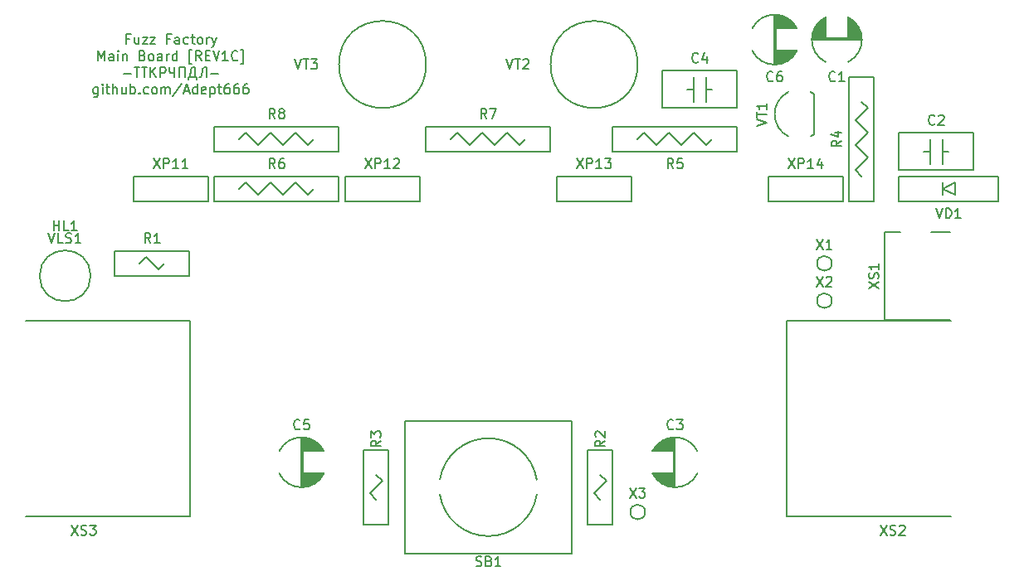
<source format=gbr>
G04 #@! TF.GenerationSoftware,KiCad,Pcbnew,5.1.6-c6e7f7d~87~ubuntu19.10.1*
G04 #@! TF.CreationDate,2021-07-04T16:36:10+06:00*
G04 #@! TF.ProjectId,fuzz_factory_r1c_r1b,66757a7a-5f66-4616-9374-6f72795f7231,MB:1C/PB:1B*
G04 #@! TF.SameCoordinates,Original*
G04 #@! TF.FileFunction,Legend,Top*
G04 #@! TF.FilePolarity,Positive*
%FSLAX46Y46*%
G04 Gerber Fmt 4.6, Leading zero omitted, Abs format (unit mm)*
G04 Created by KiCad (PCBNEW 5.1.6-c6e7f7d~87~ubuntu19.10.1) date 2021-07-04 16:36:10*
%MOMM*%
%LPD*%
G01*
G04 APERTURE LIST*
%ADD10C,0.200000*%
G04 APERTURE END LIST*
D10*
X110696904Y-90088571D02*
X110363571Y-90088571D01*
X110363571Y-90612380D02*
X110363571Y-89612380D01*
X110839761Y-89612380D01*
X111649285Y-89945714D02*
X111649285Y-90612380D01*
X111220714Y-89945714D02*
X111220714Y-90469523D01*
X111268333Y-90564761D01*
X111363571Y-90612380D01*
X111506428Y-90612380D01*
X111601666Y-90564761D01*
X111649285Y-90517142D01*
X112030238Y-89945714D02*
X112554047Y-89945714D01*
X112030238Y-90612380D01*
X112554047Y-90612380D01*
X112839761Y-89945714D02*
X113363571Y-89945714D01*
X112839761Y-90612380D01*
X113363571Y-90612380D01*
X114839761Y-90088571D02*
X114506428Y-90088571D01*
X114506428Y-90612380D02*
X114506428Y-89612380D01*
X114982619Y-89612380D01*
X115792142Y-90612380D02*
X115792142Y-90088571D01*
X115744523Y-89993333D01*
X115649285Y-89945714D01*
X115458809Y-89945714D01*
X115363571Y-89993333D01*
X115792142Y-90564761D02*
X115696904Y-90612380D01*
X115458809Y-90612380D01*
X115363571Y-90564761D01*
X115315952Y-90469523D01*
X115315952Y-90374285D01*
X115363571Y-90279047D01*
X115458809Y-90231428D01*
X115696904Y-90231428D01*
X115792142Y-90183809D01*
X116696904Y-90564761D02*
X116601666Y-90612380D01*
X116411190Y-90612380D01*
X116315952Y-90564761D01*
X116268333Y-90517142D01*
X116220714Y-90421904D01*
X116220714Y-90136190D01*
X116268333Y-90040952D01*
X116315952Y-89993333D01*
X116411190Y-89945714D01*
X116601666Y-89945714D01*
X116696904Y-89993333D01*
X116982619Y-89945714D02*
X117363571Y-89945714D01*
X117125476Y-89612380D02*
X117125476Y-90469523D01*
X117173095Y-90564761D01*
X117268333Y-90612380D01*
X117363571Y-90612380D01*
X117839761Y-90612380D02*
X117744523Y-90564761D01*
X117696904Y-90517142D01*
X117649285Y-90421904D01*
X117649285Y-90136190D01*
X117696904Y-90040952D01*
X117744523Y-89993333D01*
X117839761Y-89945714D01*
X117982619Y-89945714D01*
X118077857Y-89993333D01*
X118125476Y-90040952D01*
X118173095Y-90136190D01*
X118173095Y-90421904D01*
X118125476Y-90517142D01*
X118077857Y-90564761D01*
X117982619Y-90612380D01*
X117839761Y-90612380D01*
X118601666Y-90612380D02*
X118601666Y-89945714D01*
X118601666Y-90136190D02*
X118649285Y-90040952D01*
X118696904Y-89993333D01*
X118792142Y-89945714D01*
X118887380Y-89945714D01*
X119125476Y-89945714D02*
X119363571Y-90612380D01*
X119601666Y-89945714D02*
X119363571Y-90612380D01*
X119268333Y-90850476D01*
X119220714Y-90898095D01*
X119125476Y-90945714D01*
X107506428Y-92312380D02*
X107506428Y-91312380D01*
X107839761Y-92026666D01*
X108173095Y-91312380D01*
X108173095Y-92312380D01*
X109077857Y-92312380D02*
X109077857Y-91788571D01*
X109030238Y-91693333D01*
X108935000Y-91645714D01*
X108744523Y-91645714D01*
X108649285Y-91693333D01*
X109077857Y-92264761D02*
X108982619Y-92312380D01*
X108744523Y-92312380D01*
X108649285Y-92264761D01*
X108601666Y-92169523D01*
X108601666Y-92074285D01*
X108649285Y-91979047D01*
X108744523Y-91931428D01*
X108982619Y-91931428D01*
X109077857Y-91883809D01*
X109554047Y-92312380D02*
X109554047Y-91645714D01*
X109554047Y-91312380D02*
X109506428Y-91360000D01*
X109554047Y-91407619D01*
X109601666Y-91360000D01*
X109554047Y-91312380D01*
X109554047Y-91407619D01*
X110030238Y-91645714D02*
X110030238Y-92312380D01*
X110030238Y-91740952D02*
X110077857Y-91693333D01*
X110173095Y-91645714D01*
X110315952Y-91645714D01*
X110411190Y-91693333D01*
X110458809Y-91788571D01*
X110458809Y-92312380D01*
X112030238Y-91788571D02*
X112173095Y-91836190D01*
X112220714Y-91883809D01*
X112268333Y-91979047D01*
X112268333Y-92121904D01*
X112220714Y-92217142D01*
X112173095Y-92264761D01*
X112077857Y-92312380D01*
X111696904Y-92312380D01*
X111696904Y-91312380D01*
X112030238Y-91312380D01*
X112125476Y-91360000D01*
X112173095Y-91407619D01*
X112220714Y-91502857D01*
X112220714Y-91598095D01*
X112173095Y-91693333D01*
X112125476Y-91740952D01*
X112030238Y-91788571D01*
X111696904Y-91788571D01*
X112839761Y-92312380D02*
X112744523Y-92264761D01*
X112696904Y-92217142D01*
X112649285Y-92121904D01*
X112649285Y-91836190D01*
X112696904Y-91740952D01*
X112744523Y-91693333D01*
X112839761Y-91645714D01*
X112982619Y-91645714D01*
X113077857Y-91693333D01*
X113125476Y-91740952D01*
X113173095Y-91836190D01*
X113173095Y-92121904D01*
X113125476Y-92217142D01*
X113077857Y-92264761D01*
X112982619Y-92312380D01*
X112839761Y-92312380D01*
X114030238Y-92312380D02*
X114030238Y-91788571D01*
X113982619Y-91693333D01*
X113887380Y-91645714D01*
X113696904Y-91645714D01*
X113601666Y-91693333D01*
X114030238Y-92264761D02*
X113935000Y-92312380D01*
X113696904Y-92312380D01*
X113601666Y-92264761D01*
X113554047Y-92169523D01*
X113554047Y-92074285D01*
X113601666Y-91979047D01*
X113696904Y-91931428D01*
X113935000Y-91931428D01*
X114030238Y-91883809D01*
X114506428Y-92312380D02*
X114506428Y-91645714D01*
X114506428Y-91836190D02*
X114554047Y-91740952D01*
X114601666Y-91693333D01*
X114696904Y-91645714D01*
X114792142Y-91645714D01*
X115554047Y-92312380D02*
X115554047Y-91312380D01*
X115554047Y-92264761D02*
X115458809Y-92312380D01*
X115268333Y-92312380D01*
X115173095Y-92264761D01*
X115125476Y-92217142D01*
X115077857Y-92121904D01*
X115077857Y-91836190D01*
X115125476Y-91740952D01*
X115173095Y-91693333D01*
X115268333Y-91645714D01*
X115458809Y-91645714D01*
X115554047Y-91693333D01*
X117077857Y-92645714D02*
X116839761Y-92645714D01*
X116839761Y-91217142D01*
X117077857Y-91217142D01*
X118030238Y-92312380D02*
X117696904Y-91836190D01*
X117458809Y-92312380D02*
X117458809Y-91312380D01*
X117839761Y-91312380D01*
X117935000Y-91360000D01*
X117982619Y-91407619D01*
X118030238Y-91502857D01*
X118030238Y-91645714D01*
X117982619Y-91740952D01*
X117935000Y-91788571D01*
X117839761Y-91836190D01*
X117458809Y-91836190D01*
X118458809Y-91788571D02*
X118792142Y-91788571D01*
X118935000Y-92312380D02*
X118458809Y-92312380D01*
X118458809Y-91312380D01*
X118935000Y-91312380D01*
X119220714Y-91312380D02*
X119554047Y-92312380D01*
X119887380Y-91312380D01*
X120744523Y-92312380D02*
X120173095Y-92312380D01*
X120458809Y-92312380D02*
X120458809Y-91312380D01*
X120363571Y-91455238D01*
X120268333Y-91550476D01*
X120173095Y-91598095D01*
X121744523Y-92217142D02*
X121696904Y-92264761D01*
X121554047Y-92312380D01*
X121458809Y-92312380D01*
X121315952Y-92264761D01*
X121220714Y-92169523D01*
X121173095Y-92074285D01*
X121125476Y-91883809D01*
X121125476Y-91740952D01*
X121173095Y-91550476D01*
X121220714Y-91455238D01*
X121315952Y-91360000D01*
X121458809Y-91312380D01*
X121554047Y-91312380D01*
X121696904Y-91360000D01*
X121744523Y-91407619D01*
X122077857Y-92645714D02*
X122315952Y-92645714D01*
X122315952Y-91217142D01*
X122077857Y-91217142D01*
X110077857Y-93631428D02*
X110839761Y-93631428D01*
X111173095Y-93012380D02*
X111744523Y-93012380D01*
X111458809Y-94012380D02*
X111458809Y-93012380D01*
X111935000Y-93012380D02*
X112506428Y-93012380D01*
X112220714Y-94012380D02*
X112220714Y-93012380D01*
X112839761Y-94012380D02*
X112839761Y-93012380D01*
X113411190Y-94012380D02*
X112982619Y-93440952D01*
X113411190Y-93012380D02*
X112839761Y-93583809D01*
X113839761Y-94012380D02*
X113839761Y-93012380D01*
X114220714Y-93012380D01*
X114315952Y-93060000D01*
X114363571Y-93107619D01*
X114411190Y-93202857D01*
X114411190Y-93345714D01*
X114363571Y-93440952D01*
X114315952Y-93488571D01*
X114220714Y-93536190D01*
X113839761Y-93536190D01*
X115315952Y-93012380D02*
X115315952Y-94012380D01*
X114792142Y-93012380D02*
X114792142Y-93393333D01*
X114839761Y-93488571D01*
X114887380Y-93536190D01*
X114982619Y-93583809D01*
X115315952Y-93583809D01*
X115792142Y-94012380D02*
X115792142Y-93012380D01*
X116363571Y-93012380D01*
X116363571Y-94012380D01*
X117601666Y-94250476D02*
X117601666Y-94012380D01*
X116744523Y-94012380D01*
X116744523Y-94250476D01*
X117411190Y-94012380D02*
X117411190Y-93012380D01*
X117173095Y-93012380D01*
X117077857Y-93060000D01*
X117030238Y-93107619D01*
X116982619Y-93202857D01*
X116887380Y-94012380D01*
X118554047Y-94012380D02*
X118554047Y-93012380D01*
X118411190Y-93012380D01*
X118268333Y-93060000D01*
X118173095Y-93155238D01*
X118125476Y-93298095D01*
X118030238Y-93869523D01*
X117982619Y-93964761D01*
X117887380Y-94012380D01*
X117839761Y-94012380D01*
X119030238Y-93631428D02*
X119792142Y-93631428D01*
X107482619Y-95045714D02*
X107482619Y-95855238D01*
X107435000Y-95950476D01*
X107387380Y-95998095D01*
X107292142Y-96045714D01*
X107149285Y-96045714D01*
X107054047Y-95998095D01*
X107482619Y-95664761D02*
X107387380Y-95712380D01*
X107196904Y-95712380D01*
X107101666Y-95664761D01*
X107054047Y-95617142D01*
X107006428Y-95521904D01*
X107006428Y-95236190D01*
X107054047Y-95140952D01*
X107101666Y-95093333D01*
X107196904Y-95045714D01*
X107387380Y-95045714D01*
X107482619Y-95093333D01*
X107958809Y-95712380D02*
X107958809Y-95045714D01*
X107958809Y-94712380D02*
X107911190Y-94760000D01*
X107958809Y-94807619D01*
X108006428Y-94760000D01*
X107958809Y-94712380D01*
X107958809Y-94807619D01*
X108292142Y-95045714D02*
X108673095Y-95045714D01*
X108435000Y-94712380D02*
X108435000Y-95569523D01*
X108482619Y-95664761D01*
X108577857Y-95712380D01*
X108673095Y-95712380D01*
X109006428Y-95712380D02*
X109006428Y-94712380D01*
X109435000Y-95712380D02*
X109435000Y-95188571D01*
X109387380Y-95093333D01*
X109292142Y-95045714D01*
X109149285Y-95045714D01*
X109054047Y-95093333D01*
X109006428Y-95140952D01*
X110339761Y-95045714D02*
X110339761Y-95712380D01*
X109911190Y-95045714D02*
X109911190Y-95569523D01*
X109958809Y-95664761D01*
X110054047Y-95712380D01*
X110196904Y-95712380D01*
X110292142Y-95664761D01*
X110339761Y-95617142D01*
X110815952Y-95712380D02*
X110815952Y-94712380D01*
X110815952Y-95093333D02*
X110911190Y-95045714D01*
X111101666Y-95045714D01*
X111196904Y-95093333D01*
X111244523Y-95140952D01*
X111292142Y-95236190D01*
X111292142Y-95521904D01*
X111244523Y-95617142D01*
X111196904Y-95664761D01*
X111101666Y-95712380D01*
X110911190Y-95712380D01*
X110815952Y-95664761D01*
X111720714Y-95617142D02*
X111768333Y-95664761D01*
X111720714Y-95712380D01*
X111673095Y-95664761D01*
X111720714Y-95617142D01*
X111720714Y-95712380D01*
X112625476Y-95664761D02*
X112530238Y-95712380D01*
X112339761Y-95712380D01*
X112244523Y-95664761D01*
X112196904Y-95617142D01*
X112149285Y-95521904D01*
X112149285Y-95236190D01*
X112196904Y-95140952D01*
X112244523Y-95093333D01*
X112339761Y-95045714D01*
X112530238Y-95045714D01*
X112625476Y-95093333D01*
X113196904Y-95712380D02*
X113101666Y-95664761D01*
X113054047Y-95617142D01*
X113006428Y-95521904D01*
X113006428Y-95236190D01*
X113054047Y-95140952D01*
X113101666Y-95093333D01*
X113196904Y-95045714D01*
X113339761Y-95045714D01*
X113435000Y-95093333D01*
X113482619Y-95140952D01*
X113530238Y-95236190D01*
X113530238Y-95521904D01*
X113482619Y-95617142D01*
X113435000Y-95664761D01*
X113339761Y-95712380D01*
X113196904Y-95712380D01*
X113958809Y-95712380D02*
X113958809Y-95045714D01*
X113958809Y-95140952D02*
X114006428Y-95093333D01*
X114101666Y-95045714D01*
X114244523Y-95045714D01*
X114339761Y-95093333D01*
X114387380Y-95188571D01*
X114387380Y-95712380D01*
X114387380Y-95188571D02*
X114435000Y-95093333D01*
X114530238Y-95045714D01*
X114673095Y-95045714D01*
X114768333Y-95093333D01*
X114815952Y-95188571D01*
X114815952Y-95712380D01*
X116006428Y-94664761D02*
X115149285Y-95950476D01*
X116292142Y-95426666D02*
X116768333Y-95426666D01*
X116196904Y-95712380D02*
X116530238Y-94712380D01*
X116863571Y-95712380D01*
X117625476Y-95712380D02*
X117625476Y-94712380D01*
X117625476Y-95664761D02*
X117530238Y-95712380D01*
X117339761Y-95712380D01*
X117244523Y-95664761D01*
X117196904Y-95617142D01*
X117149285Y-95521904D01*
X117149285Y-95236190D01*
X117196904Y-95140952D01*
X117244523Y-95093333D01*
X117339761Y-95045714D01*
X117530238Y-95045714D01*
X117625476Y-95093333D01*
X118482619Y-95664761D02*
X118387380Y-95712380D01*
X118196904Y-95712380D01*
X118101666Y-95664761D01*
X118054047Y-95569523D01*
X118054047Y-95188571D01*
X118101666Y-95093333D01*
X118196904Y-95045714D01*
X118387380Y-95045714D01*
X118482619Y-95093333D01*
X118530238Y-95188571D01*
X118530238Y-95283809D01*
X118054047Y-95379047D01*
X118958809Y-95045714D02*
X118958809Y-96045714D01*
X118958809Y-95093333D02*
X119054047Y-95045714D01*
X119244523Y-95045714D01*
X119339761Y-95093333D01*
X119387380Y-95140952D01*
X119435000Y-95236190D01*
X119435000Y-95521904D01*
X119387380Y-95617142D01*
X119339761Y-95664761D01*
X119244523Y-95712380D01*
X119054047Y-95712380D01*
X118958809Y-95664761D01*
X119720714Y-95045714D02*
X120101666Y-95045714D01*
X119863571Y-94712380D02*
X119863571Y-95569523D01*
X119911190Y-95664761D01*
X120006428Y-95712380D01*
X120101666Y-95712380D01*
X120863571Y-94712380D02*
X120673095Y-94712380D01*
X120577857Y-94760000D01*
X120530238Y-94807619D01*
X120435000Y-94950476D01*
X120387380Y-95140952D01*
X120387380Y-95521904D01*
X120435000Y-95617142D01*
X120482619Y-95664761D01*
X120577857Y-95712380D01*
X120768333Y-95712380D01*
X120863571Y-95664761D01*
X120911190Y-95617142D01*
X120958809Y-95521904D01*
X120958809Y-95283809D01*
X120911190Y-95188571D01*
X120863571Y-95140952D01*
X120768333Y-95093333D01*
X120577857Y-95093333D01*
X120482619Y-95140952D01*
X120435000Y-95188571D01*
X120387380Y-95283809D01*
X121815952Y-94712380D02*
X121625476Y-94712380D01*
X121530238Y-94760000D01*
X121482619Y-94807619D01*
X121387380Y-94950476D01*
X121339761Y-95140952D01*
X121339761Y-95521904D01*
X121387380Y-95617142D01*
X121435000Y-95664761D01*
X121530238Y-95712380D01*
X121720714Y-95712380D01*
X121815952Y-95664761D01*
X121863571Y-95617142D01*
X121911190Y-95521904D01*
X121911190Y-95283809D01*
X121863571Y-95188571D01*
X121815952Y-95140952D01*
X121720714Y-95093333D01*
X121530238Y-95093333D01*
X121435000Y-95140952D01*
X121387380Y-95188571D01*
X121339761Y-95283809D01*
X122768333Y-94712380D02*
X122577857Y-94712380D01*
X122482619Y-94760000D01*
X122435000Y-94807619D01*
X122339761Y-94950476D01*
X122292142Y-95140952D01*
X122292142Y-95521904D01*
X122339761Y-95617142D01*
X122387380Y-95664761D01*
X122482619Y-95712380D01*
X122673095Y-95712380D01*
X122768333Y-95664761D01*
X122815952Y-95617142D01*
X122863571Y-95521904D01*
X122863571Y-95283809D01*
X122815952Y-95188571D01*
X122768333Y-95140952D01*
X122673095Y-95093333D01*
X122482619Y-95093333D01*
X122387380Y-95140952D01*
X122339761Y-95188571D01*
X122292142Y-95283809D01*
X162560000Y-92710000D02*
G75*
G03*
X162560000Y-92710000I-4445000J0D01*
G01*
X140970000Y-92710000D02*
G75*
G03*
X140970000Y-92710000I-4445000J0D01*
G01*
X180594000Y-99822000D02*
X180594000Y-95758000D01*
X177932692Y-100061152D02*
G75*
G02*
X176530000Y-97790000I1137308J2271152D01*
G01*
X177932692Y-95518848D02*
G75*
G03*
X176530000Y-97790000I1137308J-2271152D01*
G01*
X180205922Y-95518155D02*
G75*
G02*
X180594000Y-95758000I-1135922J-2271845D01*
G01*
X180206115Y-100061749D02*
G75*
G03*
X180594000Y-99822000I-1136115J2271749D01*
G01*
X138820000Y-129140000D02*
X155820000Y-129140000D01*
X138820000Y-142640000D02*
X155820000Y-142640000D01*
X138820000Y-129140000D02*
X138820000Y-142640000D01*
X155820000Y-129140000D02*
X155820000Y-142640000D01*
X152262469Y-135133696D02*
G75*
G03*
X147320000Y-130890000I-4942469J-756304D01*
G01*
X142378142Y-136650286D02*
G75*
G03*
X147320000Y-140890000I4941858J760286D01*
G01*
X152262469Y-136646304D02*
G75*
G02*
X147320000Y-140890000I-4942469J756304D01*
G01*
X142378142Y-135129714D02*
G75*
G02*
X147320000Y-130890000I4941858J-760286D01*
G01*
X118745000Y-106680000D02*
X111125000Y-106680000D01*
X118745000Y-104140000D02*
X111125000Y-104140000D01*
X118745000Y-106680000D02*
X118745000Y-104140000D01*
X111125000Y-106680000D02*
X111125000Y-104140000D01*
X157480000Y-139700000D02*
X157480000Y-132080000D01*
X160020000Y-139700000D02*
X160020000Y-132080000D01*
X157480000Y-139700000D02*
X160020000Y-139700000D01*
X157480000Y-132080000D02*
X160020000Y-132080000D01*
X158750000Y-137160000D02*
X158115000Y-136525000D01*
X158115000Y-136525000D02*
X159385000Y-135255000D01*
X159385000Y-135255000D02*
X158750000Y-134620000D01*
G36*
X128270000Y-130810000D02*
G01*
X129032000Y-130937000D01*
X130175000Y-131699000D01*
X130556000Y-132207000D01*
X128397000Y-132207000D01*
X128397000Y-134493000D01*
X130556000Y-134493000D01*
X130175000Y-135001000D01*
X129032000Y-135763000D01*
X128270000Y-135890000D01*
X128270000Y-130810000D01*
G37*
X128270000Y-130810000D02*
X129032000Y-130937000D01*
X130175000Y-131699000D01*
X130556000Y-132207000D01*
X128397000Y-132207000D01*
X128397000Y-134493000D01*
X130556000Y-134493000D01*
X130175000Y-135001000D01*
X129032000Y-135763000D01*
X128270000Y-135890000D01*
X128270000Y-130810000D01*
X130555998Y-134493000D02*
G75*
G02*
X125984001Y-134492999I-2285998J1143000D01*
G01*
X125984002Y-132207000D02*
G75*
G02*
X130555999Y-132207001I2285998J-1143000D01*
G01*
G36*
X166370000Y-135890000D02*
G01*
X165608000Y-135763000D01*
X164465000Y-135001000D01*
X164084000Y-134493000D01*
X166243000Y-134493000D01*
X166243000Y-132207000D01*
X164084000Y-132207000D01*
X164465000Y-131699000D01*
X165608000Y-130937000D01*
X166370000Y-130810000D01*
X166370000Y-135890000D01*
G37*
X166370000Y-135890000D02*
X165608000Y-135763000D01*
X164465000Y-135001000D01*
X164084000Y-134493000D01*
X166243000Y-134493000D01*
X166243000Y-132207000D01*
X164084000Y-132207000D01*
X164465000Y-131699000D01*
X165608000Y-130937000D01*
X166370000Y-130810000D01*
X166370000Y-135890000D01*
X164084002Y-132207000D02*
G75*
G02*
X168655999Y-132207001I2285998J-1143000D01*
G01*
X168655998Y-134493000D02*
G75*
G02*
X164084001Y-134492999I-2285998J1143000D01*
G01*
G36*
X176530000Y-87630000D02*
G01*
X177292000Y-87757000D01*
X178435000Y-88519000D01*
X178816000Y-89027000D01*
X176657000Y-89027000D01*
X176657000Y-91313000D01*
X178816000Y-91313000D01*
X178435000Y-91821000D01*
X177292000Y-92583000D01*
X176530000Y-92710000D01*
X176530000Y-87630000D01*
G37*
X176530000Y-87630000D02*
X177292000Y-87757000D01*
X178435000Y-88519000D01*
X178816000Y-89027000D01*
X176657000Y-89027000D01*
X176657000Y-91313000D01*
X178816000Y-91313000D01*
X178435000Y-91821000D01*
X177292000Y-92583000D01*
X176530000Y-92710000D01*
X176530000Y-87630000D01*
X178815998Y-91313000D02*
G75*
G02*
X174244001Y-91312999I-2285998J1143000D01*
G01*
X174244002Y-89027000D02*
G75*
G02*
X178815999Y-89027001I2285998J-1143000D01*
G01*
X134620000Y-139700000D02*
X134620000Y-132080000D01*
X137160000Y-139700000D02*
X137160000Y-132080000D01*
X134620000Y-139700000D02*
X137160000Y-139700000D01*
X134620000Y-132080000D02*
X137160000Y-132080000D01*
X135890000Y-137160000D02*
X135255000Y-136525000D01*
X135255000Y-136525000D02*
X136525000Y-135255000D01*
X136525000Y-135255000D02*
X135890000Y-134620000D01*
X119380000Y-99060000D02*
X132080000Y-99060000D01*
X119380000Y-101600000D02*
X132080000Y-101600000D01*
X119380000Y-99060000D02*
X119380000Y-101600000D01*
X132080000Y-99060000D02*
X132080000Y-101600000D01*
X121920000Y-100330000D02*
X122555000Y-99695000D01*
X122555000Y-99695000D02*
X123825000Y-100965000D01*
X123825000Y-100965000D02*
X125095000Y-99695000D01*
X125095000Y-99695000D02*
X126365000Y-100965000D01*
X126365000Y-100965000D02*
X127635000Y-99695000D01*
X127635000Y-99695000D02*
X128905000Y-100965000D01*
X128905000Y-100965000D02*
X129540000Y-100330000D01*
X153670000Y-101600000D02*
X140970000Y-101600000D01*
X153670000Y-99060000D02*
X140970000Y-99060000D01*
X153670000Y-101600000D02*
X153670000Y-99060000D01*
X140970000Y-101600000D02*
X140970000Y-99060000D01*
X151130000Y-100330000D02*
X150495000Y-100965000D01*
X150495000Y-100965000D02*
X149225000Y-99695000D01*
X149225000Y-99695000D02*
X147955000Y-100965000D01*
X147955000Y-100965000D02*
X146685000Y-99695000D01*
X146685000Y-99695000D02*
X145415000Y-100965000D01*
X145415000Y-100965000D02*
X144145000Y-99695000D01*
X144145000Y-99695000D02*
X143510000Y-100330000D01*
X132080000Y-106680000D02*
X119380000Y-106680000D01*
X132080000Y-104140000D02*
X119380000Y-104140000D01*
X132080000Y-106680000D02*
X132080000Y-104140000D01*
X119380000Y-106680000D02*
X119380000Y-104140000D01*
X129540000Y-105410000D02*
X128905000Y-106045000D01*
X128905000Y-106045000D02*
X127635000Y-104775000D01*
X127635000Y-104775000D02*
X126365000Y-106045000D01*
X126365000Y-106045000D02*
X125095000Y-104775000D01*
X125095000Y-104775000D02*
X123825000Y-106045000D01*
X123825000Y-106045000D02*
X122555000Y-104775000D01*
X122555000Y-104775000D02*
X121920000Y-105410000D01*
X172720000Y-101600000D02*
X160020000Y-101600000D01*
X172720000Y-99060000D02*
X160020000Y-99060000D01*
X172720000Y-101600000D02*
X172720000Y-99060000D01*
X160020000Y-101600000D02*
X160020000Y-99060000D01*
X170180000Y-100330000D02*
X169545000Y-100965000D01*
X169545000Y-100965000D02*
X168275000Y-99695000D01*
X168275000Y-99695000D02*
X167005000Y-100965000D01*
X167005000Y-100965000D02*
X165735000Y-99695000D01*
X165735000Y-99695000D02*
X164465000Y-100965000D01*
X164465000Y-100965000D02*
X163195000Y-99695000D01*
X163195000Y-99695000D02*
X162560000Y-100330000D01*
X184150000Y-106680000D02*
X184150000Y-93980000D01*
X186690000Y-106680000D02*
X186690000Y-93980000D01*
X184150000Y-106680000D02*
X186690000Y-106680000D01*
X184150000Y-93980000D02*
X186690000Y-93980000D01*
X185420000Y-104140000D02*
X184785000Y-103505000D01*
X184785000Y-103505000D02*
X186055000Y-102235000D01*
X186055000Y-102235000D02*
X184785000Y-100965000D01*
X184785000Y-100965000D02*
X186055000Y-99695000D01*
X186055000Y-99695000D02*
X184785000Y-98425000D01*
X184785000Y-98425000D02*
X186055000Y-97155000D01*
X186055000Y-97155000D02*
X185420000Y-96520000D01*
X172720000Y-97155000D02*
X165100000Y-97155000D01*
X172720000Y-93345000D02*
X165100000Y-93345000D01*
X172720000Y-97155000D02*
X172720000Y-93345000D01*
X165100000Y-97155000D02*
X165100000Y-93345000D01*
X170180000Y-95250000D02*
X169545000Y-95250000D01*
X168275000Y-95250000D02*
X167640000Y-95250000D01*
X169545000Y-96520000D02*
X169545000Y-93980000D01*
X168275000Y-96520000D02*
X168275000Y-93980000D01*
X161925000Y-106680000D02*
X154305000Y-106680000D01*
X161925000Y-104140000D02*
X154305000Y-104140000D01*
X161925000Y-106680000D02*
X161925000Y-104140000D01*
X154305000Y-106680000D02*
X154305000Y-104140000D01*
X183515000Y-106680000D02*
X175895000Y-106680000D01*
X183515000Y-104140000D02*
X175895000Y-104140000D01*
X183515000Y-106680000D02*
X183515000Y-104140000D01*
X175895000Y-106680000D02*
X175895000Y-104140000D01*
X140335000Y-106680000D02*
X132715000Y-106680000D01*
X140335000Y-104140000D02*
X132715000Y-104140000D01*
X140335000Y-106680000D02*
X140335000Y-104140000D01*
X132715000Y-106680000D02*
X132715000Y-104140000D01*
X187730000Y-109800000D02*
X189357000Y-109800000D01*
X192532000Y-109800000D02*
X194430000Y-109800000D01*
X187730000Y-118800000D02*
X194430000Y-118800000D01*
X187730000Y-118800000D02*
X187730000Y-109800000D01*
X116885000Y-138905000D02*
X100085000Y-138905000D01*
X116885000Y-118905000D02*
X100085000Y-118905000D01*
X116885000Y-118905000D02*
X116885000Y-138905000D01*
X177755000Y-118905000D02*
X194555000Y-118905000D01*
X177755000Y-138905000D02*
X194555000Y-138905000D01*
X177755000Y-138905000D02*
X177755000Y-118905000D01*
X199390000Y-106680000D02*
X189230000Y-106680000D01*
X199390000Y-104140000D02*
X189230000Y-104140000D01*
X199390000Y-106680000D02*
X199390000Y-104140000D01*
X189230000Y-106680000D02*
X189230000Y-104140000D01*
X194945000Y-106045000D02*
X194945000Y-104775000D01*
X194945000Y-106045000D02*
X193675000Y-105410000D01*
X194945000Y-104775000D02*
X193675000Y-105410000D01*
X193675000Y-106045000D02*
X193675000Y-104775000D01*
G36*
X180340000Y-90170000D02*
G01*
X180467000Y-89408000D01*
X181229000Y-88265000D01*
X181737000Y-87884000D01*
X181737000Y-90043000D01*
X184023000Y-90043000D01*
X184023000Y-87884000D01*
X184531000Y-88265000D01*
X185293000Y-89408000D01*
X185420000Y-90170000D01*
X180340000Y-90170000D01*
G37*
X180340000Y-90170000D02*
X180467000Y-89408000D01*
X181229000Y-88265000D01*
X181737000Y-87884000D01*
X181737000Y-90043000D01*
X184023000Y-90043000D01*
X184023000Y-87884000D01*
X184531000Y-88265000D01*
X185293000Y-89408000D01*
X185420000Y-90170000D01*
X180340000Y-90170000D01*
X184023000Y-87884002D02*
G75*
G02*
X184022999Y-92455999I-1143000J-2285998D01*
G01*
X181737000Y-92455998D02*
G75*
G02*
X181737001Y-87884001I1143000J2285998D01*
G01*
X163322000Y-138430000D02*
G75*
G03*
X163322000Y-138430000I-762000J0D01*
G01*
X189230000Y-99695000D02*
X196850000Y-99695000D01*
X189230000Y-103505000D02*
X196850000Y-103505000D01*
X189230000Y-99695000D02*
X189230000Y-103505000D01*
X196850000Y-99695000D02*
X196850000Y-103505000D01*
X191770000Y-101600000D02*
X192405000Y-101600000D01*
X193675000Y-101600000D02*
X194310000Y-101600000D01*
X192405000Y-100330000D02*
X192405000Y-102870000D01*
X193675000Y-100330000D02*
X193675000Y-102870000D01*
X182372000Y-116840000D02*
G75*
G03*
X182372000Y-116840000I-762000J0D01*
G01*
X106740000Y-114300000D02*
G75*
G03*
X106740000Y-114300000I-2600000J0D01*
G01*
X109220000Y-111760000D02*
X116840000Y-111760000D01*
X109220000Y-114300000D02*
X116840000Y-114300000D01*
X109220000Y-111760000D02*
X109220000Y-114300000D01*
X116840000Y-111760000D02*
X116840000Y-114300000D01*
X111760000Y-113030000D02*
X112395000Y-112395000D01*
X112395000Y-112395000D02*
X113665000Y-113665000D01*
X113665000Y-113665000D02*
X114300000Y-113030000D01*
X182372000Y-113030000D02*
G75*
G03*
X182372000Y-113030000I-762000J0D01*
G01*
X149158809Y-92162380D02*
X149492142Y-93162380D01*
X149825476Y-92162380D01*
X150015952Y-92162380D02*
X150587380Y-92162380D01*
X150301666Y-93162380D02*
X150301666Y-92162380D01*
X150873095Y-92257619D02*
X150920714Y-92210000D01*
X151015952Y-92162380D01*
X151254047Y-92162380D01*
X151349285Y-92210000D01*
X151396904Y-92257619D01*
X151444523Y-92352857D01*
X151444523Y-92448095D01*
X151396904Y-92590952D01*
X150825476Y-93162380D01*
X151444523Y-93162380D01*
X127568809Y-92162380D02*
X127902142Y-93162380D01*
X128235476Y-92162380D01*
X128425952Y-92162380D02*
X128997380Y-92162380D01*
X128711666Y-93162380D02*
X128711666Y-92162380D01*
X129235476Y-92162380D02*
X129854523Y-92162380D01*
X129521190Y-92543333D01*
X129664047Y-92543333D01*
X129759285Y-92590952D01*
X129806904Y-92638571D01*
X129854523Y-92733809D01*
X129854523Y-92971904D01*
X129806904Y-93067142D01*
X129759285Y-93114761D01*
X129664047Y-93162380D01*
X129378333Y-93162380D01*
X129283095Y-93114761D01*
X129235476Y-93067142D01*
X174712380Y-98980476D02*
X175712380Y-98647142D01*
X174712380Y-98313809D01*
X174712380Y-98123333D02*
X174712380Y-97551904D01*
X175712380Y-97837619D02*
X174712380Y-97837619D01*
X175712380Y-96694761D02*
X175712380Y-97266190D01*
X175712380Y-96980476D02*
X174712380Y-96980476D01*
X174855238Y-97075714D01*
X174950476Y-97170952D01*
X174998095Y-97266190D01*
X146058095Y-143914761D02*
X146200952Y-143962380D01*
X146439047Y-143962380D01*
X146534285Y-143914761D01*
X146581904Y-143867142D01*
X146629523Y-143771904D01*
X146629523Y-143676666D01*
X146581904Y-143581428D01*
X146534285Y-143533809D01*
X146439047Y-143486190D01*
X146248571Y-143438571D01*
X146153333Y-143390952D01*
X146105714Y-143343333D01*
X146058095Y-143248095D01*
X146058095Y-143152857D01*
X146105714Y-143057619D01*
X146153333Y-143010000D01*
X146248571Y-142962380D01*
X146486666Y-142962380D01*
X146629523Y-143010000D01*
X147391428Y-143438571D02*
X147534285Y-143486190D01*
X147581904Y-143533809D01*
X147629523Y-143629047D01*
X147629523Y-143771904D01*
X147581904Y-143867142D01*
X147534285Y-143914761D01*
X147439047Y-143962380D01*
X147058095Y-143962380D01*
X147058095Y-142962380D01*
X147391428Y-142962380D01*
X147486666Y-143010000D01*
X147534285Y-143057619D01*
X147581904Y-143152857D01*
X147581904Y-143248095D01*
X147534285Y-143343333D01*
X147486666Y-143390952D01*
X147391428Y-143438571D01*
X147058095Y-143438571D01*
X148581904Y-143962380D02*
X148010476Y-143962380D01*
X148296190Y-143962380D02*
X148296190Y-142962380D01*
X148200952Y-143105238D01*
X148105714Y-143200476D01*
X148010476Y-143248095D01*
X113149285Y-102322380D02*
X113815952Y-103322380D01*
X113815952Y-102322380D02*
X113149285Y-103322380D01*
X114196904Y-103322380D02*
X114196904Y-102322380D01*
X114577857Y-102322380D01*
X114673095Y-102370000D01*
X114720714Y-102417619D01*
X114768333Y-102512857D01*
X114768333Y-102655714D01*
X114720714Y-102750952D01*
X114673095Y-102798571D01*
X114577857Y-102846190D01*
X114196904Y-102846190D01*
X115720714Y-103322380D02*
X115149285Y-103322380D01*
X115435000Y-103322380D02*
X115435000Y-102322380D01*
X115339761Y-102465238D01*
X115244523Y-102560476D01*
X115149285Y-102608095D01*
X116673095Y-103322380D02*
X116101666Y-103322380D01*
X116387380Y-103322380D02*
X116387380Y-102322380D01*
X116292142Y-102465238D01*
X116196904Y-102560476D01*
X116101666Y-102608095D01*
X159202380Y-131140476D02*
X158726190Y-131473809D01*
X159202380Y-131711904D02*
X158202380Y-131711904D01*
X158202380Y-131330952D01*
X158250000Y-131235714D01*
X158297619Y-131188095D01*
X158392857Y-131140476D01*
X158535714Y-131140476D01*
X158630952Y-131188095D01*
X158678571Y-131235714D01*
X158726190Y-131330952D01*
X158726190Y-131711904D01*
X158297619Y-130759523D02*
X158250000Y-130711904D01*
X158202380Y-130616666D01*
X158202380Y-130378571D01*
X158250000Y-130283333D01*
X158297619Y-130235714D01*
X158392857Y-130188095D01*
X158488095Y-130188095D01*
X158630952Y-130235714D01*
X159202380Y-130807142D01*
X159202380Y-130188095D01*
X128103333Y-129897142D02*
X128055714Y-129944761D01*
X127912857Y-129992380D01*
X127817619Y-129992380D01*
X127674761Y-129944761D01*
X127579523Y-129849523D01*
X127531904Y-129754285D01*
X127484285Y-129563809D01*
X127484285Y-129420952D01*
X127531904Y-129230476D01*
X127579523Y-129135238D01*
X127674761Y-129040000D01*
X127817619Y-128992380D01*
X127912857Y-128992380D01*
X128055714Y-129040000D01*
X128103333Y-129087619D01*
X129008095Y-128992380D02*
X128531904Y-128992380D01*
X128484285Y-129468571D01*
X128531904Y-129420952D01*
X128627142Y-129373333D01*
X128865238Y-129373333D01*
X128960476Y-129420952D01*
X129008095Y-129468571D01*
X129055714Y-129563809D01*
X129055714Y-129801904D01*
X129008095Y-129897142D01*
X128960476Y-129944761D01*
X128865238Y-129992380D01*
X128627142Y-129992380D01*
X128531904Y-129944761D01*
X128484285Y-129897142D01*
X166203333Y-129897142D02*
X166155714Y-129944761D01*
X166012857Y-129992380D01*
X165917619Y-129992380D01*
X165774761Y-129944761D01*
X165679523Y-129849523D01*
X165631904Y-129754285D01*
X165584285Y-129563809D01*
X165584285Y-129420952D01*
X165631904Y-129230476D01*
X165679523Y-129135238D01*
X165774761Y-129040000D01*
X165917619Y-128992380D01*
X166012857Y-128992380D01*
X166155714Y-129040000D01*
X166203333Y-129087619D01*
X166536666Y-128992380D02*
X167155714Y-128992380D01*
X166822380Y-129373333D01*
X166965238Y-129373333D01*
X167060476Y-129420952D01*
X167108095Y-129468571D01*
X167155714Y-129563809D01*
X167155714Y-129801904D01*
X167108095Y-129897142D01*
X167060476Y-129944761D01*
X166965238Y-129992380D01*
X166679523Y-129992380D01*
X166584285Y-129944761D01*
X166536666Y-129897142D01*
X176363333Y-94337142D02*
X176315714Y-94384761D01*
X176172857Y-94432380D01*
X176077619Y-94432380D01*
X175934761Y-94384761D01*
X175839523Y-94289523D01*
X175791904Y-94194285D01*
X175744285Y-94003809D01*
X175744285Y-93860952D01*
X175791904Y-93670476D01*
X175839523Y-93575238D01*
X175934761Y-93480000D01*
X176077619Y-93432380D01*
X176172857Y-93432380D01*
X176315714Y-93480000D01*
X176363333Y-93527619D01*
X177220476Y-93432380D02*
X177030000Y-93432380D01*
X176934761Y-93480000D01*
X176887142Y-93527619D01*
X176791904Y-93670476D01*
X176744285Y-93860952D01*
X176744285Y-94241904D01*
X176791904Y-94337142D01*
X176839523Y-94384761D01*
X176934761Y-94432380D01*
X177125238Y-94432380D01*
X177220476Y-94384761D01*
X177268095Y-94337142D01*
X177315714Y-94241904D01*
X177315714Y-94003809D01*
X177268095Y-93908571D01*
X177220476Y-93860952D01*
X177125238Y-93813333D01*
X176934761Y-93813333D01*
X176839523Y-93860952D01*
X176791904Y-93908571D01*
X176744285Y-94003809D01*
X136342380Y-131140476D02*
X135866190Y-131473809D01*
X136342380Y-131711904D02*
X135342380Y-131711904D01*
X135342380Y-131330952D01*
X135390000Y-131235714D01*
X135437619Y-131188095D01*
X135532857Y-131140476D01*
X135675714Y-131140476D01*
X135770952Y-131188095D01*
X135818571Y-131235714D01*
X135866190Y-131330952D01*
X135866190Y-131711904D01*
X135342380Y-130807142D02*
X135342380Y-130188095D01*
X135723333Y-130521428D01*
X135723333Y-130378571D01*
X135770952Y-130283333D01*
X135818571Y-130235714D01*
X135913809Y-130188095D01*
X136151904Y-130188095D01*
X136247142Y-130235714D01*
X136294761Y-130283333D01*
X136342380Y-130378571D01*
X136342380Y-130664285D01*
X136294761Y-130759523D01*
X136247142Y-130807142D01*
X125563333Y-98242380D02*
X125230000Y-97766190D01*
X124991904Y-98242380D02*
X124991904Y-97242380D01*
X125372857Y-97242380D01*
X125468095Y-97290000D01*
X125515714Y-97337619D01*
X125563333Y-97432857D01*
X125563333Y-97575714D01*
X125515714Y-97670952D01*
X125468095Y-97718571D01*
X125372857Y-97766190D01*
X124991904Y-97766190D01*
X126134761Y-97670952D02*
X126039523Y-97623333D01*
X125991904Y-97575714D01*
X125944285Y-97480476D01*
X125944285Y-97432857D01*
X125991904Y-97337619D01*
X126039523Y-97290000D01*
X126134761Y-97242380D01*
X126325238Y-97242380D01*
X126420476Y-97290000D01*
X126468095Y-97337619D01*
X126515714Y-97432857D01*
X126515714Y-97480476D01*
X126468095Y-97575714D01*
X126420476Y-97623333D01*
X126325238Y-97670952D01*
X126134761Y-97670952D01*
X126039523Y-97718571D01*
X125991904Y-97766190D01*
X125944285Y-97861428D01*
X125944285Y-98051904D01*
X125991904Y-98147142D01*
X126039523Y-98194761D01*
X126134761Y-98242380D01*
X126325238Y-98242380D01*
X126420476Y-98194761D01*
X126468095Y-98147142D01*
X126515714Y-98051904D01*
X126515714Y-97861428D01*
X126468095Y-97766190D01*
X126420476Y-97718571D01*
X126325238Y-97670952D01*
X147153333Y-98242380D02*
X146820000Y-97766190D01*
X146581904Y-98242380D02*
X146581904Y-97242380D01*
X146962857Y-97242380D01*
X147058095Y-97290000D01*
X147105714Y-97337619D01*
X147153333Y-97432857D01*
X147153333Y-97575714D01*
X147105714Y-97670952D01*
X147058095Y-97718571D01*
X146962857Y-97766190D01*
X146581904Y-97766190D01*
X147486666Y-97242380D02*
X148153333Y-97242380D01*
X147724761Y-98242380D01*
X125563333Y-103322380D02*
X125230000Y-102846190D01*
X124991904Y-103322380D02*
X124991904Y-102322380D01*
X125372857Y-102322380D01*
X125468095Y-102370000D01*
X125515714Y-102417619D01*
X125563333Y-102512857D01*
X125563333Y-102655714D01*
X125515714Y-102750952D01*
X125468095Y-102798571D01*
X125372857Y-102846190D01*
X124991904Y-102846190D01*
X126420476Y-102322380D02*
X126230000Y-102322380D01*
X126134761Y-102370000D01*
X126087142Y-102417619D01*
X125991904Y-102560476D01*
X125944285Y-102750952D01*
X125944285Y-103131904D01*
X125991904Y-103227142D01*
X126039523Y-103274761D01*
X126134761Y-103322380D01*
X126325238Y-103322380D01*
X126420476Y-103274761D01*
X126468095Y-103227142D01*
X126515714Y-103131904D01*
X126515714Y-102893809D01*
X126468095Y-102798571D01*
X126420476Y-102750952D01*
X126325238Y-102703333D01*
X126134761Y-102703333D01*
X126039523Y-102750952D01*
X125991904Y-102798571D01*
X125944285Y-102893809D01*
X166203333Y-103322380D02*
X165870000Y-102846190D01*
X165631904Y-103322380D02*
X165631904Y-102322380D01*
X166012857Y-102322380D01*
X166108095Y-102370000D01*
X166155714Y-102417619D01*
X166203333Y-102512857D01*
X166203333Y-102655714D01*
X166155714Y-102750952D01*
X166108095Y-102798571D01*
X166012857Y-102846190D01*
X165631904Y-102846190D01*
X167108095Y-102322380D02*
X166631904Y-102322380D01*
X166584285Y-102798571D01*
X166631904Y-102750952D01*
X166727142Y-102703333D01*
X166965238Y-102703333D01*
X167060476Y-102750952D01*
X167108095Y-102798571D01*
X167155714Y-102893809D01*
X167155714Y-103131904D01*
X167108095Y-103227142D01*
X167060476Y-103274761D01*
X166965238Y-103322380D01*
X166727142Y-103322380D01*
X166631904Y-103274761D01*
X166584285Y-103227142D01*
X183332380Y-100496666D02*
X182856190Y-100830000D01*
X183332380Y-101068095D02*
X182332380Y-101068095D01*
X182332380Y-100687142D01*
X182380000Y-100591904D01*
X182427619Y-100544285D01*
X182522857Y-100496666D01*
X182665714Y-100496666D01*
X182760952Y-100544285D01*
X182808571Y-100591904D01*
X182856190Y-100687142D01*
X182856190Y-101068095D01*
X182665714Y-99639523D02*
X183332380Y-99639523D01*
X182284761Y-99877619D02*
X182999047Y-100115714D01*
X182999047Y-99496666D01*
X168743333Y-92432142D02*
X168695714Y-92479761D01*
X168552857Y-92527380D01*
X168457619Y-92527380D01*
X168314761Y-92479761D01*
X168219523Y-92384523D01*
X168171904Y-92289285D01*
X168124285Y-92098809D01*
X168124285Y-91955952D01*
X168171904Y-91765476D01*
X168219523Y-91670238D01*
X168314761Y-91575000D01*
X168457619Y-91527380D01*
X168552857Y-91527380D01*
X168695714Y-91575000D01*
X168743333Y-91622619D01*
X169600476Y-91860714D02*
X169600476Y-92527380D01*
X169362380Y-91479761D02*
X169124285Y-92194047D01*
X169743333Y-92194047D01*
X156329285Y-102322380D02*
X156995952Y-103322380D01*
X156995952Y-102322380D02*
X156329285Y-103322380D01*
X157376904Y-103322380D02*
X157376904Y-102322380D01*
X157757857Y-102322380D01*
X157853095Y-102370000D01*
X157900714Y-102417619D01*
X157948333Y-102512857D01*
X157948333Y-102655714D01*
X157900714Y-102750952D01*
X157853095Y-102798571D01*
X157757857Y-102846190D01*
X157376904Y-102846190D01*
X158900714Y-103322380D02*
X158329285Y-103322380D01*
X158615000Y-103322380D02*
X158615000Y-102322380D01*
X158519761Y-102465238D01*
X158424523Y-102560476D01*
X158329285Y-102608095D01*
X159234047Y-102322380D02*
X159853095Y-102322380D01*
X159519761Y-102703333D01*
X159662619Y-102703333D01*
X159757857Y-102750952D01*
X159805476Y-102798571D01*
X159853095Y-102893809D01*
X159853095Y-103131904D01*
X159805476Y-103227142D01*
X159757857Y-103274761D01*
X159662619Y-103322380D01*
X159376904Y-103322380D01*
X159281666Y-103274761D01*
X159234047Y-103227142D01*
X177919285Y-102322380D02*
X178585952Y-103322380D01*
X178585952Y-102322380D02*
X177919285Y-103322380D01*
X178966904Y-103322380D02*
X178966904Y-102322380D01*
X179347857Y-102322380D01*
X179443095Y-102370000D01*
X179490714Y-102417619D01*
X179538333Y-102512857D01*
X179538333Y-102655714D01*
X179490714Y-102750952D01*
X179443095Y-102798571D01*
X179347857Y-102846190D01*
X178966904Y-102846190D01*
X180490714Y-103322380D02*
X179919285Y-103322380D01*
X180205000Y-103322380D02*
X180205000Y-102322380D01*
X180109761Y-102465238D01*
X180014523Y-102560476D01*
X179919285Y-102608095D01*
X181347857Y-102655714D02*
X181347857Y-103322380D01*
X181109761Y-102274761D02*
X180871666Y-102989047D01*
X181490714Y-102989047D01*
X134739285Y-102322380D02*
X135405952Y-103322380D01*
X135405952Y-102322380D02*
X134739285Y-103322380D01*
X135786904Y-103322380D02*
X135786904Y-102322380D01*
X136167857Y-102322380D01*
X136263095Y-102370000D01*
X136310714Y-102417619D01*
X136358333Y-102512857D01*
X136358333Y-102655714D01*
X136310714Y-102750952D01*
X136263095Y-102798571D01*
X136167857Y-102846190D01*
X135786904Y-102846190D01*
X137310714Y-103322380D02*
X136739285Y-103322380D01*
X137025000Y-103322380D02*
X137025000Y-102322380D01*
X136929761Y-102465238D01*
X136834523Y-102560476D01*
X136739285Y-102608095D01*
X137691666Y-102417619D02*
X137739285Y-102370000D01*
X137834523Y-102322380D01*
X138072619Y-102322380D01*
X138167857Y-102370000D01*
X138215476Y-102417619D01*
X138263095Y-102512857D01*
X138263095Y-102608095D01*
X138215476Y-102750952D01*
X137644047Y-103322380D01*
X138263095Y-103322380D01*
X186142380Y-115585714D02*
X187142380Y-114919047D01*
X186142380Y-114919047D02*
X187142380Y-115585714D01*
X187094761Y-114585714D02*
X187142380Y-114442857D01*
X187142380Y-114204761D01*
X187094761Y-114109523D01*
X187047142Y-114061904D01*
X186951904Y-114014285D01*
X186856666Y-114014285D01*
X186761428Y-114061904D01*
X186713809Y-114109523D01*
X186666190Y-114204761D01*
X186618571Y-114395238D01*
X186570952Y-114490476D01*
X186523333Y-114538095D01*
X186428095Y-114585714D01*
X186332857Y-114585714D01*
X186237619Y-114538095D01*
X186190000Y-114490476D01*
X186142380Y-114395238D01*
X186142380Y-114157142D01*
X186190000Y-114014285D01*
X187142380Y-113061904D02*
X187142380Y-113633333D01*
X187142380Y-113347619D02*
X186142380Y-113347619D01*
X186285238Y-113442857D01*
X186380476Y-113538095D01*
X186428095Y-113633333D01*
X104759285Y-139787380D02*
X105425952Y-140787380D01*
X105425952Y-139787380D02*
X104759285Y-140787380D01*
X105759285Y-140739761D02*
X105902142Y-140787380D01*
X106140238Y-140787380D01*
X106235476Y-140739761D01*
X106283095Y-140692142D01*
X106330714Y-140596904D01*
X106330714Y-140501666D01*
X106283095Y-140406428D01*
X106235476Y-140358809D01*
X106140238Y-140311190D01*
X105949761Y-140263571D01*
X105854523Y-140215952D01*
X105806904Y-140168333D01*
X105759285Y-140073095D01*
X105759285Y-139977857D01*
X105806904Y-139882619D01*
X105854523Y-139835000D01*
X105949761Y-139787380D01*
X106187857Y-139787380D01*
X106330714Y-139835000D01*
X106664047Y-139787380D02*
X107283095Y-139787380D01*
X106949761Y-140168333D01*
X107092619Y-140168333D01*
X107187857Y-140215952D01*
X107235476Y-140263571D01*
X107283095Y-140358809D01*
X107283095Y-140596904D01*
X107235476Y-140692142D01*
X107187857Y-140739761D01*
X107092619Y-140787380D01*
X106806904Y-140787380D01*
X106711666Y-140739761D01*
X106664047Y-140692142D01*
X187309285Y-139787380D02*
X187975952Y-140787380D01*
X187975952Y-139787380D02*
X187309285Y-140787380D01*
X188309285Y-140739761D02*
X188452142Y-140787380D01*
X188690238Y-140787380D01*
X188785476Y-140739761D01*
X188833095Y-140692142D01*
X188880714Y-140596904D01*
X188880714Y-140501666D01*
X188833095Y-140406428D01*
X188785476Y-140358809D01*
X188690238Y-140311190D01*
X188499761Y-140263571D01*
X188404523Y-140215952D01*
X188356904Y-140168333D01*
X188309285Y-140073095D01*
X188309285Y-139977857D01*
X188356904Y-139882619D01*
X188404523Y-139835000D01*
X188499761Y-139787380D01*
X188737857Y-139787380D01*
X188880714Y-139835000D01*
X189261666Y-139882619D02*
X189309285Y-139835000D01*
X189404523Y-139787380D01*
X189642619Y-139787380D01*
X189737857Y-139835000D01*
X189785476Y-139882619D01*
X189833095Y-139977857D01*
X189833095Y-140073095D01*
X189785476Y-140215952D01*
X189214047Y-140787380D01*
X189833095Y-140787380D01*
X193000476Y-107402380D02*
X193333809Y-108402380D01*
X193667142Y-107402380D01*
X194000476Y-108402380D02*
X194000476Y-107402380D01*
X194238571Y-107402380D01*
X194381428Y-107450000D01*
X194476666Y-107545238D01*
X194524285Y-107640476D01*
X194571904Y-107830952D01*
X194571904Y-107973809D01*
X194524285Y-108164285D01*
X194476666Y-108259523D01*
X194381428Y-108354761D01*
X194238571Y-108402380D01*
X194000476Y-108402380D01*
X195524285Y-108402380D02*
X194952857Y-108402380D01*
X195238571Y-108402380D02*
X195238571Y-107402380D01*
X195143333Y-107545238D01*
X195048095Y-107640476D01*
X194952857Y-107688095D01*
X182713333Y-94337142D02*
X182665714Y-94384761D01*
X182522857Y-94432380D01*
X182427619Y-94432380D01*
X182284761Y-94384761D01*
X182189523Y-94289523D01*
X182141904Y-94194285D01*
X182094285Y-94003809D01*
X182094285Y-93860952D01*
X182141904Y-93670476D01*
X182189523Y-93575238D01*
X182284761Y-93480000D01*
X182427619Y-93432380D01*
X182522857Y-93432380D01*
X182665714Y-93480000D01*
X182713333Y-93527619D01*
X183665714Y-94432380D02*
X183094285Y-94432380D01*
X183380000Y-94432380D02*
X183380000Y-93432380D01*
X183284761Y-93575238D01*
X183189523Y-93670476D01*
X183094285Y-93718095D01*
X161750476Y-135977380D02*
X162417142Y-136977380D01*
X162417142Y-135977380D02*
X161750476Y-136977380D01*
X162702857Y-135977380D02*
X163321904Y-135977380D01*
X162988571Y-136358333D01*
X163131428Y-136358333D01*
X163226666Y-136405952D01*
X163274285Y-136453571D01*
X163321904Y-136548809D01*
X163321904Y-136786904D01*
X163274285Y-136882142D01*
X163226666Y-136929761D01*
X163131428Y-136977380D01*
X162845714Y-136977380D01*
X162750476Y-136929761D01*
X162702857Y-136882142D01*
X192873333Y-98782142D02*
X192825714Y-98829761D01*
X192682857Y-98877380D01*
X192587619Y-98877380D01*
X192444761Y-98829761D01*
X192349523Y-98734523D01*
X192301904Y-98639285D01*
X192254285Y-98448809D01*
X192254285Y-98305952D01*
X192301904Y-98115476D01*
X192349523Y-98020238D01*
X192444761Y-97925000D01*
X192587619Y-97877380D01*
X192682857Y-97877380D01*
X192825714Y-97925000D01*
X192873333Y-97972619D01*
X193254285Y-97972619D02*
X193301904Y-97925000D01*
X193397142Y-97877380D01*
X193635238Y-97877380D01*
X193730476Y-97925000D01*
X193778095Y-97972619D01*
X193825714Y-98067857D01*
X193825714Y-98163095D01*
X193778095Y-98305952D01*
X193206666Y-98877380D01*
X193825714Y-98877380D01*
X180800476Y-114387380D02*
X181467142Y-115387380D01*
X181467142Y-114387380D02*
X180800476Y-115387380D01*
X181800476Y-114482619D02*
X181848095Y-114435000D01*
X181943333Y-114387380D01*
X182181428Y-114387380D01*
X182276666Y-114435000D01*
X182324285Y-114482619D01*
X182371904Y-114577857D01*
X182371904Y-114673095D01*
X182324285Y-114815952D01*
X181752857Y-115387380D01*
X182371904Y-115387380D01*
X102449523Y-109942380D02*
X102782857Y-110942380D01*
X103116190Y-109942380D01*
X103925714Y-110942380D02*
X103449523Y-110942380D01*
X103449523Y-109942380D01*
X104211428Y-110894761D02*
X104354285Y-110942380D01*
X104592380Y-110942380D01*
X104687619Y-110894761D01*
X104735238Y-110847142D01*
X104782857Y-110751904D01*
X104782857Y-110656666D01*
X104735238Y-110561428D01*
X104687619Y-110513809D01*
X104592380Y-110466190D01*
X104401904Y-110418571D01*
X104306666Y-110370952D01*
X104259047Y-110323333D01*
X104211428Y-110228095D01*
X104211428Y-110132857D01*
X104259047Y-110037619D01*
X104306666Y-109990000D01*
X104401904Y-109942380D01*
X104640000Y-109942380D01*
X104782857Y-109990000D01*
X105735238Y-110942380D02*
X105163809Y-110942380D01*
X105449523Y-110942380D02*
X105449523Y-109942380D01*
X105354285Y-110085238D01*
X105259047Y-110180476D01*
X105163809Y-110228095D01*
X112863333Y-110942380D02*
X112530000Y-110466190D01*
X112291904Y-110942380D02*
X112291904Y-109942380D01*
X112672857Y-109942380D01*
X112768095Y-109990000D01*
X112815714Y-110037619D01*
X112863333Y-110132857D01*
X112863333Y-110275714D01*
X112815714Y-110370952D01*
X112768095Y-110418571D01*
X112672857Y-110466190D01*
X112291904Y-110466190D01*
X113815714Y-110942380D02*
X113244285Y-110942380D01*
X113530000Y-110942380D02*
X113530000Y-109942380D01*
X113434761Y-110085238D01*
X113339523Y-110180476D01*
X113244285Y-110228095D01*
X102973333Y-109672380D02*
X102973333Y-108672380D01*
X102973333Y-109148571D02*
X103544761Y-109148571D01*
X103544761Y-109672380D02*
X103544761Y-108672380D01*
X104497142Y-109672380D02*
X104020952Y-109672380D01*
X104020952Y-108672380D01*
X105354285Y-109672380D02*
X104782857Y-109672380D01*
X105068571Y-109672380D02*
X105068571Y-108672380D01*
X104973333Y-108815238D01*
X104878095Y-108910476D01*
X104782857Y-108958095D01*
X180800476Y-110577380D02*
X181467142Y-111577380D01*
X181467142Y-110577380D02*
X180800476Y-111577380D01*
X182371904Y-111577380D02*
X181800476Y-111577380D01*
X182086190Y-111577380D02*
X182086190Y-110577380D01*
X181990952Y-110720238D01*
X181895714Y-110815476D01*
X181800476Y-110863095D01*
M02*

</source>
